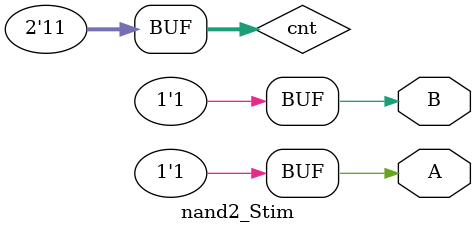
<source format=v>
/**********************************************
*    Module name: NAND2_Stim
*    Pre-Conditions: none
*    Post-Conditions: A, B
*    
*    This function generates binary values to
*    stimulate the 2-input NAND gate
*********************************************/ 
module nand2_Stim(A, B); 

	output A, B;

    parameter delay = 100;

    // Used for creating two-input binary test 
    reg [1:0] cnt;

    initial begin
        cnt = 0;
        // repeat (3) means do the function 4 times
        // Similar: for(i=0; i < 4; i++) 
		repeat (3) begin
			#delay cnt=cnt+1;
        end
    end

    // Automaticaly convert 'cnt' this to binary
    // 0 -> A = '0', B = '0'
    // 1 -> A = '0', B = '1'... and so on. 
    assign {A,B} = cnt;

endmodule
</source>
